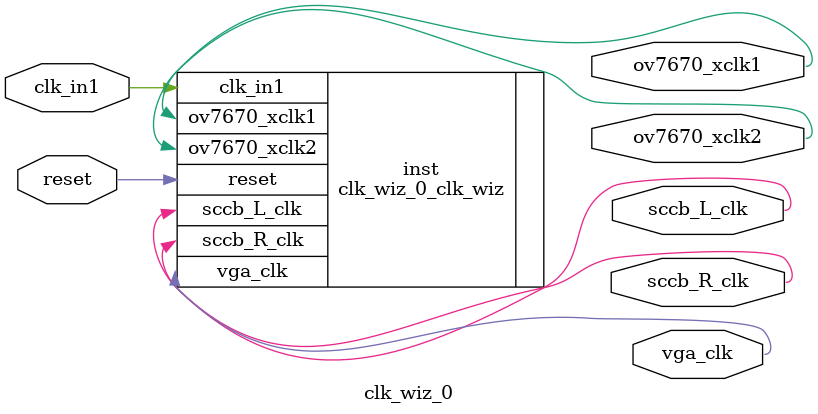
<source format=v>


`timescale 1ps/1ps

(* CORE_GENERATION_INFO = "clk_wiz_0,clk_wiz_v6_0_6_0_0,{component_name=clk_wiz_0,use_phase_alignment=true,use_min_o_jitter=false,use_max_i_jitter=false,use_dyn_phase_shift=false,use_inclk_switchover=false,use_dyn_reconfig=false,enable_axi=0,feedback_source=FDBK_AUTO,PRIMITIVE=MMCM,num_out_clk=5,clkin1_period=10.0,clkin2_period=10.0,use_power_down=false,use_reset=true,use_locked=false,use_inclk_stopped=false,feedback_type=SINGLE,CLOCK_MGR_TYPE=NA,manual_override=false}" *)

module clk_wiz_0 
 (
  // Clock out ports
  output        vga_clk,
  output        ov7670_xclk1,
  output        ov7670_xclk2,
  output        sccb_L_clk,
  output        sccb_R_clk,
  // Status and control signals
  input         reset,
 // Clock in ports
  input         clk_in1
 );

  clk_wiz_0_clk_wiz inst
  (
  // Clock out ports  
  .vga_clk(vga_clk),
  .ov7670_xclk1(ov7670_xclk1),
  .ov7670_xclk2(ov7670_xclk2),
  .sccb_L_clk(sccb_L_clk),
  .sccb_R_clk(sccb_R_clk),
  // Status and control signals               
  .reset(reset), 
 // Clock in ports
  .clk_in1(clk_in1)
  );

endmodule

</source>
